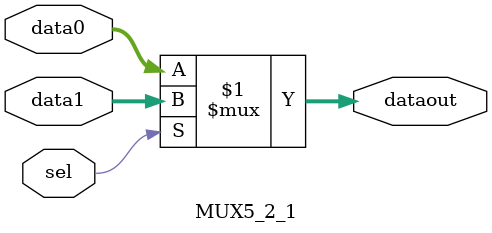
<source format=v>
`timescale 1ns / 1ps
module MUX5_2_1(
	input [4:0] data0,data1,
	input sel,
	output [4:0] dataout
    );

assign dataout = sel? data1 : data0;

endmodule

</source>
